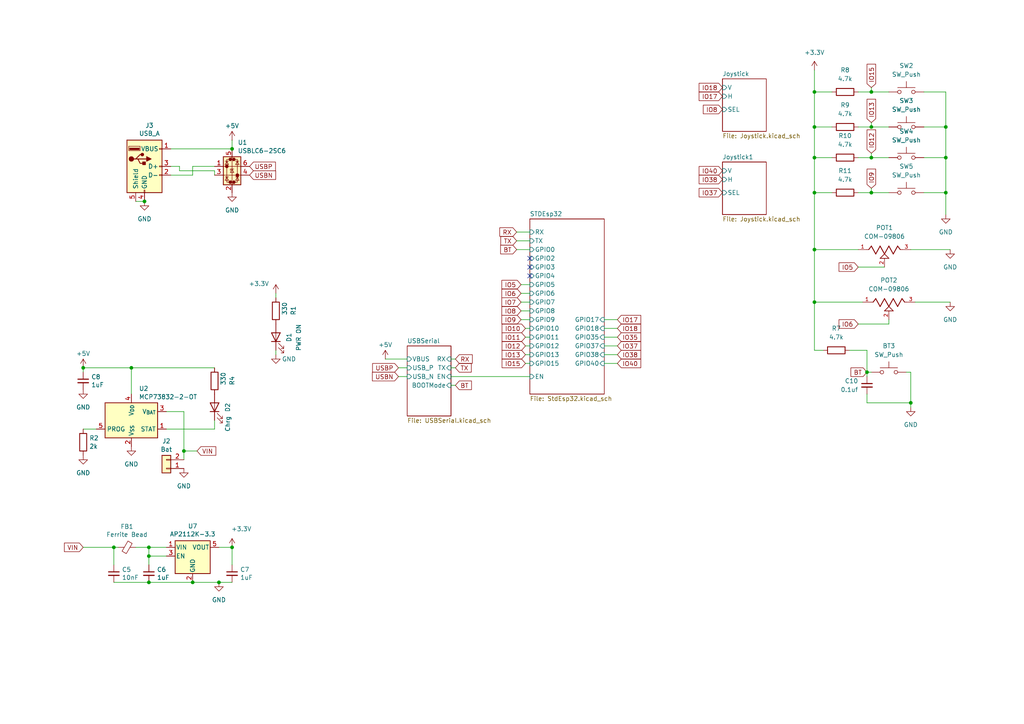
<source format=kicad_sch>
(kicad_sch (version 20231120) (generator "eeschema") (generator_version "8.0")
  (paper "A4")
  (title_block (title "Remote Control WIFI ESP32 S3") (date "2024-11-29"))
  (lib_symbols
    (symbol "+3.3V_1" (power) (pin_names (offset 0))
      (property "Value" "+3.3V_1" (at 0 3.556 0))
      (symbol "+3.3V_1_0_1"
        (polyline (pts (xy -0.762 1.27) (xy 0 2.54)))
        (polyline (pts (xy 0 0) (xy 0 2.54)))
        (polyline (pts (xy 0 2.54) (xy 0.762 1.27)))
      )
      (symbol "+3.3V_1_1_1"
        (pin power_in line (at 0 0 90) (length 0) hide (name "+3.3V") (number "1"))
      )
    )
    (symbol "+3.3V_3" (power) (pin_names (offset 0))
      (property "Value" "+3.3V_3" (at 0 3.556 0))
      (symbol "+3.3V_3_0_1"
        (polyline (pts (xy -0.762 1.27) (xy 0 2.54)))
        (polyline (pts (xy 0 0) (xy 0 2.54)))
        (polyline (pts (xy 0 2.54) (xy 0.762 1.27)))
      )
      (symbol "+3.3V_3_1_1"
        (pin power_in line (at 0 0 90) (length 0) hide (name "+3.3V") (number "1"))
      )
    )
    (symbol "Battery_Management:MCP73832-2-OT"
      (property "Reference" "U" (at -7.62 6.35 0))
      (property "Value" "MCP73832-2-OT" (at 1.27 6.35 0))
      (symbol "MCP73832-2-OT_0_1"
        (rectangle (start -7.62 5.08) (end 7.62 -5.08) (stroke (width 0.254)) (fill (type background)))
      )
      (symbol "MCP73832-2-OT_1_1"
        (pin open_collector line (at 10.16 -2.54 180) (length 2.54) (name "STAT") (number "1"))
        (pin power_in line (at 0 -7.62 90) (length 2.54) (name "V_{SS}") (number "2"))
        (pin power_out line (at 10.16 2.54 180) (length 2.54) (name "V_{BAT}") (number "3"))
        (pin power_in line (at 0 7.62 270) (length 2.54) (name "V_{DD}") (number "4"))
        (pin input line (at -10.16 -2.54 0) (length 2.54) (name "PROG") (number "5"))
      )
    )
    (symbol "Connector_Generic:Conn_01x02" (pin_names (offset 1.016) hide)
      (property "Reference" "J" (at 0 2.54 0))
      (property "Value" "Conn_01x02" (at 0 -5.08 0))
      (symbol "Conn_01x02_1_1"
        (rectangle (start -1.27 -2.413) (end 0 -2.667) (stroke (width 0.1524)))
        (rectangle (start -1.27 0.127) (end 0 -0.127) (stroke (width 0.1524)))
        (rectangle (start -1.27 1.27) (end 1.27 -3.81) (stroke (width 0.254)) (fill (type background)))
        (pin passive line (at -5.08 0 0) (length 3.81) (name "Pin_1") (number "1"))
        (pin passive line (at -5.08 -2.54 0) (length 3.81) (name "Pin_2") (number "2"))
      )
    )
    (symbol "Device:C_Small" (pin_numbers hide) (pin_names (offset 0.254) hide)
      (property "Reference" "C" (at 0.254 1.778 0))
      (property "Value" "C_Small" (at 0.254 -2.032 0))
      (symbol "C_Small_0_1"
        (polyline (pts (xy -1.524 -0.508) (xy 1.524 -0.508)) (stroke (width 0.3302)))
        (polyline (pts (xy -1.524 0.508) (xy 1.524 0.508)) (stroke (width 0.3048)))
      )
      (symbol "C_Small_1_1"
        (pin passive line (at 0 2.54 270) (length 2.032) (name "~") (number "1"))
        (pin passive line (at 0 -2.54 90) (length 2.032) (name "~") (number "2"))
      )
    )
    (symbol "Device:LED" (pin_numbers hide) (pin_names (offset 1.016) hide)
      (property "Reference" "D" (at 0 2.54 0))
      (property "Value" "LED" (at 0 -2.54 0))
      (symbol "LED_0_1"
        (polyline (pts (xy -1.27 -1.27) (xy -1.27 1.27)) (stroke (width 0.254)))
        (polyline (pts (xy -1.27 0) (xy 1.27 0)))
        (polyline (pts (xy 1.27 -1.27) (xy 1.27 1.27) (xy -1.27 0) (xy 1.27 -1.27)) (stroke (width 0.254)))
        (polyline (pts (xy -3.048 -0.762) (xy -4.572 -2.286) (xy -3.81 -2.286) (xy -4.572 -2.286) (xy -4.572 -1.524)))
        (polyline (pts (xy -1.778 -0.762) (xy -3.302 -2.286) (xy -2.54 -2.286) (xy -3.302 -2.286) (xy -3.302 -1.524)))
      )
      (symbol "LED_1_1"
        (pin passive line (at -3.81 0 0) (length 2.54) (name "K") (number "1"))
        (pin passive line (at 3.81 0 180) (length 2.54) (name "A") (number "2"))
      )
    )
    (symbol "Device:R" (pin_numbers hide) (pin_names (offset 0))
      (property "Reference" "R" (at 2.032 0 90))
      (property "Value" "R" (at 0 0 90))
      (symbol "R_0_1"
        (rectangle (start -1.016 -2.54) (end 1.016 2.54) (stroke (width 0.254)))
      )
      (symbol "R_1_1"
        (pin passive line (at 0 3.81 270) (length 1.27) (name "~") (number "1"))
        (pin passive line (at 0 -3.81 90) (length 1.27) (name "~") (number "2"))
      )
    )
    (symbol "GND_16" (power) (pin_names (offset 0))
      (property "Value" "GND_16" (at 0 -3.81 0))
      (symbol "GND_16_0_1"
        (polyline (pts (xy 0 0) (xy 0 -1.27) (xy 1.27 -1.27) (xy 0 -2.54) (xy -1.27 -1.27) (xy 0 -1.27)))
      )
      (symbol "GND_16_1_1"
        (pin power_in line (at 0 0 270) (length 0) hide (name "GND") (number "1"))
      )
    )
    (symbol "GND_20" (power) (pin_names (offset 0))
      (property "Value" "GND_20" (at 0 -3.81 0))
      (symbol "GND_20_0_1"
        (polyline (pts (xy 0 0) (xy 0 -1.27) (xy 1.27 -1.27) (xy 0 -2.54) (xy -1.27 -1.27) (xy 0 -1.27)))
      )
      (symbol "GND_20_1_1"
        (pin power_in line (at 0 0 270) (length 0) hide (name "GND") (number "1"))
      )
    )
    (symbol "GND_7" (power) (pin_names (offset 0))
      (property "Value" "GND_7" (at 0 -3.81 0))
      (symbol "GND_7_0_1"
        (polyline (pts (xy 0 0) (xy 0 -1.27) (xy 1.27 -1.27) (xy 0 -2.54) (xy -1.27 -1.27) (xy 0 -1.27)))
      )
      (symbol "GND_7_1_1"
        (pin power_in line (at 0 0 270) (length 0) hide (name "GND") (number "1"))
      )
    )
    (symbol "POT-COM_09806:COM-09806" (pin_names (offset 1.016))
      (property "Reference" "R" (at -5.08 5.08 0))
      (property "Value" "COM-09806" (at -5.08 2.54 0))
      (symbol "COM-09806_0_0"
        (polyline (pts (xy -5.08 0) (xy -4.572 0)) (stroke (width 0.1524)))
        (polyline (pts (xy -4.572 0) (xy -3.81 1.016)) (stroke (width 0.254)))
        (polyline (pts (xy -3.81 1.016) (xy -2.54 -1.27)) (stroke (width 0.254)))
        (polyline (pts (xy -2.54 -1.27) (xy -1.27 1.016)) (stroke (width 0.254)))
        (polyline (pts (xy -1.27 -2.54) (xy 0 -1.27)) (stroke (width 0.2032)))
        (polyline (pts (xy -1.27 1.016) (xy 0 -1.27)) (stroke (width 0.254)))
        (polyline (pts (xy 0 -1.27) (xy 1.27 -2.54)) (stroke (width 0.2032)))
        (polyline (pts (xy 0 -1.27) (xy 1.27 1.016)) (stroke (width 0.254)))
        (polyline (pts (xy 1.27 -2.54) (xy -1.27 -2.54)) (stroke (width 0.2032)))
        (polyline (pts (xy 1.27 1.016) (xy 2.54 -1.27)) (stroke (width 0.254)))
        (polyline (pts (xy 2.54 -1.27) (xy 3.81 1.016)) (stroke (width 0.254)))
        (polyline (pts (xy 3.81 1.016) (xy 4.572 0)) (stroke (width 0.254)))
        (polyline (pts (xy 4.572 0) (xy 5.08 0)) (stroke (width 0.1524)))
        (pin passive line (at -7.62 0 0) (length 2.54) (name "~") (number "1"))
        (pin passive line (at 0 -5.08 90) (length 2.54) (name "~") (number "2"))
        (pin passive line (at 7.62 0 180) (length 2.54) (name "~") (number "3"))
      )
    )
    (symbol "Power_Protection:USBLC6-2SC6" (pin_names hide)
      (property "Reference" "U" (at 0.635 5.715 0))
      (property "Value" "USBLC6-2SC6" (at 0.635 3.81 0))
      (symbol "USBLC6-2SC6_0_0"
        (circle (center -1.524 0) (radius 0.0001) (stroke (width 0.508)))
        (circle (center -0.508 -4.572) (radius 0.0001) (stroke (width 0.508)))
        (circle (center -0.508 2.032) (radius 0.0001) (stroke (width 0.508)))
        (circle (center 0.508 -4.572) (radius 0.0001) (stroke (width 0.508)))
        (circle (center 0.508 2.032) (radius 0.0001) (stroke (width 0.508)))
        (circle (center 1.524 -2.54) (radius 0.0001) (stroke (width 0.508)))
      )
      (symbol "USBLC6-2SC6_0_1"
        (polyline (pts (xy -2.54 -2.54) (xy 2.54 -2.54)))
        (polyline (pts (xy -2.54 0) (xy 2.54 0)))
        (polyline (pts (xy -2.032 -3.048) (xy -1.016 -3.048)))
        (polyline (pts (xy -1.016 1.524) (xy -2.032 1.524)))
        (polyline (pts (xy 1.016 -3.048) (xy 2.032 -3.048)))
        (polyline (pts (xy 1.016 1.524) (xy 2.032 1.524)))
        (polyline (pts (xy -0.508 -1.143) (xy -0.508 -0.762) (xy 0.508 -0.762)))
        (polyline (pts (xy -2.032 0.508) (xy -1.016 0.508) (xy -1.524 1.524) (xy -2.032 0.508)))
        (polyline (pts (xy -1.016 -4.064) (xy -2.032 -4.064) (xy -1.524 -3.048) (xy -1.016 -4.064)))
        (polyline (pts (xy 0.508 -1.778) (xy -0.508 -1.778) (xy 0 -0.762) (xy 0.508 -1.778)))
        (polyline (pts (xy 2.032 -4.064) (xy 1.016 -4.064) (xy 1.524 -3.048) (xy 2.032 -4.064)))
        (polyline (pts (xy 2.032 0.508) (xy 1.016 0.508) (xy 1.524 1.524) (xy 2.032 0.508)))
        (polyline (pts (xy 0 2.54) (xy -0.508 2.032) (xy 0.508 2.032) (xy 0 1.524) (xy 0 -4.064) (xy -0.508 -4.572) (xy 0.508 -4.572) (xy 0 -5.08)))
      )
      (symbol "USBLC6-2SC6_1_1"
        (rectangle (start -2.54 2.794) (end 2.54 -5.334) (stroke (width 0.254)) (fill (type background)))
        (polyline (pts (xy -0.508 2.032) (xy -1.524 2.032) (xy -1.524 -4.572) (xy -0.508 -4.572)))
        (polyline (pts (xy 0.508 -4.572) (xy 1.524 -4.572) (xy 1.524 2.032) (xy 0.508 2.032)))
        (pin passive line (at -5.08 0 0) (length 2.54) (name "I/O1") (number "1"))
        (pin passive line (at 0 -7.62 90) (length 2.54) (name "GND") (number "2"))
        (pin passive line (at -5.08 -2.54 0) (length 2.54) (name "I/O2") (number "3"))
        (pin passive line (at 5.08 -2.54 180) (length 2.54) (name "I/O2") (number "4"))
        (pin passive line (at 0 5.08 270) (length 2.54) (name "VBUS") (number "5"))
        (pin passive line (at 5.08 0 180) (length 2.54) (name "I/O1") (number "6"))
      )
    )
    (symbol "Programmer-rescue:AP2112K-3.3-Regulator_Linear" (pin_names (offset 0.254))
      (property "Reference" "U" (at -5.08 5.715 0))
      (property "Value" "Regulator_Linear_AP2112K-3.3" (at 0 5.715 0))
      (symbol "AP2112K-3.3-Regulator_Linear_0_1"
        (rectangle (start -5.08 4.445) (end 5.08 -5.08) (stroke (width 0.254)) (fill (type background)))
      )
      (symbol "AP2112K-3.3-Regulator_Linear_1_1"
        (pin power_in line (at -7.62 2.54 0) (length 2.54) (name "VIN") (number "1"))
        (pin power_in line (at 0 -7.62 90) (length 2.54) (name "GND") (number "2"))
        (pin input line (at -7.62 0 0) (length 2.54) (name "EN") (number "3"))
        (pin no_connect line (at 7.62 0 180) (length 2.54) hide (name "NC") (number "4"))
        (pin power_out line (at 7.62 2.54 180) (length 2.54) (name "VOUT") (number "5"))
      )
    )
    (symbol "Programmer-rescue:Ferrite_Bead_Small-Device" (pin_numbers hide) (pin_names (offset 0))
      (property "Reference" "FB" (at 1.905 1.27 0))
      (property "Value" "Device_Ferrite_Bead_Small" (at 1.905 -1.27 0))
      (symbol "Ferrite_Bead_Small-Device_0_1"
        (polyline (pts (xy 0 -1.27) (xy 0 -0.7874)))
        (polyline (pts (xy 0 0.889) (xy 0 1.2954)))
        (polyline (pts (xy -1.8288 0.2794) (xy -1.1176 1.4986) (xy 1.8288 -0.2032) (xy 1.1176 -1.4224) (xy -1.8288 0.2794)))
      )
      (symbol "Ferrite_Bead_Small-Device_1_1"
        (pin passive line (at 0 2.54 270) (length 1.27) (name "~") (number "1"))
        (pin passive line (at 0 -2.54 90) (length 1.27) (name "~") (number "2"))
      )
    )
    (symbol "Programmer-rescue:USB_A-Connector" (pin_names (offset 1.016))
      (property "Reference" "J" (at -5.08 11.43 0))
      (property "Value" "Connector_USB_A" (at -5.08 8.89 0))
      (symbol "USB_A-Connector_0_1"
        (rectangle (start -5.08 -7.62) (end 5.08 7.62) (stroke (width 0.254)) (fill (type background)))
        (circle (center -3.81 2.159) (radius 0.635) (stroke (width 0.254)) (fill (type outline)))
        (rectangle (start -1.524 4.826) (end -4.318 5.334) (fill (type outline)))
        (rectangle (start -1.27 4.572) (end -4.572 5.842))
        (circle (center -0.635 3.429) (radius 0.381) (stroke (width 0.254)) (fill (type outline)))
        (rectangle (start -0.127 -7.62) (end 0.127 -6.858))
        (polyline (pts (xy -3.175 2.159) (xy -2.54 2.159) (xy -1.27 3.429) (xy -0.635 3.429)) (stroke (width 0.254)))
        (polyline (pts (xy -2.54 2.159) (xy -1.905 2.159) (xy -1.27 0.889) (xy 0 0.889)) (stroke (width 0.254)))
        (polyline (pts (xy 0.635 2.794) (xy 0.635 1.524) (xy 1.905 2.159) (xy 0.635 2.794)) (stroke (width 0.254)) (fill (type outline)))
        (rectangle (start 0.254 1.27) (end -0.508 0.508) (stroke (width 0.254)) (fill (type outline)))
        (rectangle (start 5.08 -2.667) (end 4.318 -2.413))
        (rectangle (start 5.08 -0.127) (end 4.318 0.127))
        (rectangle (start 5.08 4.953) (end 4.318 5.207))
      )
      (symbol "USB_A-Connector_1_1"
        (polyline (pts (xy -1.905 2.159) (xy 0.635 2.159)) (stroke (width 0.254)))
        (pin power_in line (at 7.62 5.08 180) (length 2.54) (name "VBUS") (number "1"))
        (pin passive line (at 7.62 -2.54 180) (length 2.54) (name "D-") (number "2"))
        (pin passive line (at 7.62 0 180) (length 2.54) (name "D+") (number "3"))
        (pin power_in line (at 0 -10.16 90) (length 2.54) (name "GND") (number "4"))
        (pin passive line (at -2.54 -10.16 90) (length 2.54) (name "Shield") (number "5"))
      )
    )
    (symbol "Switch:SW_Push" (pin_numbers hide) (pin_names (offset 1.016) hide)
      (property "Reference" "SW" (at 1.27 2.54 0))
      (property "Value" "SW_Push" (at 0 -1.524 0))
      (symbol "SW_Push_0_1"
        (circle (center -2.032 0) (radius 0.508))
        (polyline (pts (xy 0 1.27) (xy 0 3.048)))
        (polyline (pts (xy 2.54 1.27) (xy -2.54 1.27)))
        (circle (center 2.032 0) (radius 0.508))
        (pin passive line (at -5.08 0 0) (length 2.54) (name "1") (number "1"))
        (pin passive line (at 5.08 0 180) (length 2.54) (name "2") (number "2"))
      )
    )
    (symbol "power:+5V" (power) (pin_numbers hide) (pin_names (offset 0) hide)
      (property "Value" "+5V" (at 0 3.556 0))
      (symbol "+5V_0_1"
        (polyline (pts (xy -0.762 1.27) (xy 0 2.54)))
        (polyline (pts (xy 0 0) (xy 0 2.54)))
        (polyline (pts (xy 0 2.54) (xy 0.762 1.27)))
      )
      (symbol "+5V_1_1"
        (pin power_in line (at 0 0 90) (length 0) (name "~") (number "1"))
      )
    )
    (symbol "power:GND" (power) (pin_names (offset 0))
      (property "Value" "GND" (at 0 -3.81 0))
      (symbol "GND_0_1"
        (polyline (pts (xy 0 0) (xy 0 -1.27) (xy 1.27 -1.27) (xy 0 -2.54) (xy -1.27 -1.27) (xy 0 -1.27)))
      )
      (symbol "GND_1_1"
        (pin power_in line (at 0 0 270) (length 0) hide (name "GND") (number "1"))
      )
    )
  )
  (junction (at 53.34 130.81))
  (junction (at 252.73 55.88))
  (junction (at 236.22 36.83))
  (junction (at 236.22 72.39))
  (junction (at 252.73 26.67))
  (junction (at 236.22 55.88))
  (junction (at 236.22 87.63))
  (junction (at 38.1 106.68))
  (junction (at 55.88 168.91))
  (junction (at 274.32 45.72))
  (junction (at 24.13 106.68))
  (junction (at 251.46 107.95))
  (junction (at 41.91 58.42))
  (junction (at 43.18 168.91))
  (junction (at 252.73 36.83))
  (junction (at 33.02 158.75))
  (junction (at 252.73 45.72))
  (junction (at 43.18 161.29))
  (junction (at 67.31 43.18))
  (junction (at 236.22 26.67))
  (junction (at 63.5 168.91))
  (junction (at 43.18 158.75))
  (junction (at 236.22 45.72))
  (junction (at 67.31 158.75))
  (junction (at 264.16 116.84))
  (junction (at 274.32 55.88))
  (junction (at 274.32 36.83))
  (no_connect (at 556.26 -137.16))
  (no_connect (at 153.67 77.47))
  (no_connect (at 153.67 74.93))
  (no_connect (at 153.67 80.01))
  (wire (pts (xy 248.92 93.98) (xy 257.81 93.98)))
  (wire (pts (xy 39.37 58.42) (xy 41.91 58.42)))
  (wire (pts (xy 274.32 36.83) (xy 274.32 45.72)))
  (wire (pts (xy 52.07 49.53) (xy 52.07 48.26)))
  (wire (pts (xy 48.26 119.38) (xy 53.34 119.38)))
  (wire (pts (xy 236.22 55.88) (xy 236.22 72.39)))
  (wire (pts (xy 43.18 158.75) (xy 43.18 161.29)))
  (wire (pts (xy 236.22 36.83) (xy 236.22 45.72)))
  (wire (pts (xy 149.86 69.85) (xy 153.67 69.85)))
  (wire (pts (xy 241.3 55.88) (xy 236.22 55.88)))
  (wire (pts (xy 149.86 67.31) (xy 153.67 67.31)))
  (wire (pts (xy 175.26 92.71) (xy 179.07 92.71)))
  (wire (pts (xy 152.4 105.41) (xy 153.67 105.41)))
  (wire (pts (xy 24.13 124.46) (xy 27.94 124.46)))
  (wire (pts (xy 251.46 107.95) (xy 251.46 109.22)))
  (wire (pts (xy 62.23 121.92) (xy 62.23 124.46)))
  (wire (pts (xy 151.13 92.71) (xy 153.67 92.71)))
  (wire (pts (xy 130.81 104.14) (xy 132.08 104.14)))
  (wire (pts (xy 267.97 36.83) (xy 274.32 36.83)))
  (wire (pts (xy 53.34 133.35) (xy 53.34 130.81)))
  (wire (pts (xy 38.1 106.68) (xy 38.1 114.3)))
  (wire (pts (xy 248.92 36.83) (xy 252.73 36.83)))
  (wire (pts (xy 63.5 168.91) (xy 55.88 168.91)))
  (wire (pts (xy 264.16 107.95) (xy 264.16 116.84)))
  (wire (pts (xy 67.31 168.91) (xy 63.5 168.91)))
  (wire (pts (xy 251.46 116.84) (xy 251.46 114.3)))
  (wire (pts (xy 152.4 102.87) (xy 153.67 102.87)))
  (wire (pts (xy 49.53 43.18) (xy 67.31 43.18)))
  (wire (pts (xy 275.59 87.63) (xy 265.43 87.63)))
  (wire (pts (xy 34.29 158.75) (xy 33.02 158.75)))
  (wire (pts (xy 236.22 26.67) (xy 241.3 26.67)))
  (wire (pts (xy 115.57 109.22) (xy 118.11 109.22)))
  (wire (pts (xy 52.07 48.26) (xy 49.53 48.26)))
  (wire (pts (xy 267.97 26.67) (xy 274.32 26.67)))
  (wire (pts (xy 43.18 168.91) (xy 33.02 168.91)))
  (wire (pts (xy 151.13 85.09) (xy 153.67 85.09)))
  (wire (pts (xy 252.73 44.45) (xy 252.73 45.72)))
  (wire (pts (xy 264.16 116.84) (xy 264.16 118.11)))
  (wire (pts (xy 252.73 35.56) (xy 252.73 36.83)))
  (wire (pts (xy 152.4 95.25) (xy 153.67 95.25)))
  (wire (pts (xy 24.13 106.68) (xy 24.13 107.95)))
  (wire (pts (xy 151.13 82.55) (xy 153.67 82.55)))
  (wire (pts (xy 175.26 97.79) (xy 179.07 97.79)))
  (wire (pts (xy 115.57 106.68) (xy 118.11 106.68)))
  (wire (pts (xy 175.26 105.41) (xy 179.07 105.41)))
  (wire (pts (xy 130.81 111.76) (xy 132.08 111.76)))
  (wire (pts (xy 48.26 124.46) (xy 62.23 124.46)))
  (wire (pts (xy 252.73 55.88) (xy 257.81 55.88)))
  (wire (pts (xy 62.23 49.53) (xy 52.07 49.53)))
  (wire (pts (xy 175.26 100.33) (xy 179.07 100.33)))
  (wire (pts (xy 62.23 106.68) (xy 38.1 106.68)))
  (wire (pts (xy 151.13 87.63) (xy 153.67 87.63)))
  (wire (pts (xy 149.86 72.39) (xy 153.67 72.39)))
  (wire (pts (xy 55.88 50.8) (xy 55.88 48.26)))
  (wire (pts (xy 24.13 158.75) (xy 33.02 158.75)))
  (wire (pts (xy 248.92 45.72) (xy 252.73 45.72)))
  (wire (pts (xy 236.22 87.63) (xy 250.19 87.63)))
  (wire (pts (xy 152.4 100.33) (xy 153.67 100.33)))
  (wire (pts (xy 238.76 101.6) (xy 236.22 101.6)))
  (wire (pts (xy 175.26 95.25) (xy 179.07 95.25)))
  (wire (pts (xy 236.22 26.67) (xy 236.22 36.83)))
  (wire (pts (xy 262.89 107.95) (xy 264.16 107.95)))
  (wire (pts (xy 67.31 40.64) (xy 67.31 43.18)))
  (wire (pts (xy 80.01 101.6) (xy 80.01 102.87)))
  (wire (pts (xy 43.18 168.91) (xy 55.88 168.91)))
  (wire (pts (xy 236.22 72.39) (xy 236.22 87.63)))
  (wire (pts (xy 252.73 26.67) (xy 257.81 26.67)))
  (wire (pts (xy 48.26 161.29) (xy 43.18 161.29)))
  (wire (pts (xy 55.88 48.26) (xy 62.23 48.26)))
  (wire (pts (xy 257.81 93.98) (xy 257.81 92.71)))
  (wire (pts (xy 62.23 50.8) (xy 62.23 49.53)))
  (wire (pts (xy 80.01 85.09) (xy 80.01 86.36)))
  (wire (pts (xy 264.16 72.39) (xy 275.59 72.39)))
  (wire (pts (xy 274.32 55.88) (xy 274.32 62.23)))
  (wire (pts (xy 236.22 36.83) (xy 241.3 36.83)))
  (wire (pts (xy 236.22 72.39) (xy 248.92 72.39)))
  (wire (pts (xy 236.22 45.72) (xy 236.22 55.88)))
  (wire (pts (xy 248.92 55.88) (xy 252.73 55.88)))
  (wire (pts (xy 252.73 36.83) (xy 257.81 36.83)))
  (wire (pts (xy 53.34 130.81) (xy 57.15 130.81)))
  (wire (pts (xy 39.37 158.75) (xy 43.18 158.75)))
  (wire (pts (xy 63.5 158.75) (xy 67.31 158.75)))
  (wire (pts (xy 48.26 158.75) (xy 43.18 158.75)))
  (wire (pts (xy 151.13 90.17) (xy 153.67 90.17)))
  (wire (pts (xy 152.4 97.79) (xy 153.67 97.79)))
  (wire (pts (xy 252.73 107.95) (xy 251.46 107.95)))
  (wire (pts (xy 43.18 161.29) (xy 43.18 163.83)))
  (wire (pts (xy 49.53 50.8) (xy 55.88 50.8)))
  (wire (pts (xy 274.32 26.67) (xy 274.32 36.83)))
  (wire (pts (xy 252.73 45.72) (xy 257.81 45.72)))
  (wire (pts (xy 175.26 102.87) (xy 179.07 102.87)))
  (wire (pts (xy 67.31 158.75) (xy 67.31 163.83)))
  (wire (pts (xy 236.22 20.32) (xy 236.22 26.67)))
  (wire (pts (xy 246.38 101.6) (xy 251.46 101.6)))
  (wire (pts (xy 252.73 25.4) (xy 252.73 26.67)))
  (wire (pts (xy 53.34 119.38) (xy 53.34 130.81)))
  (wire (pts (xy 274.32 55.88) (xy 267.97 55.88)))
  (wire (pts (xy 236.22 45.72) (xy 241.3 45.72)))
  (wire (pts (xy 33.02 158.75) (xy 33.02 163.83)))
  (wire (pts (xy 274.32 45.72) (xy 274.32 55.88)))
  (wire (pts (xy 251.46 116.84) (xy 264.16 116.84)))
  (wire (pts (xy 130.81 106.68) (xy 132.08 106.68)))
  (wire (pts (xy 236.22 87.63) (xy 236.22 101.6)))
  (wire (pts (xy 248.92 77.47) (xy 256.54 77.47)))
  (wire (pts (xy 130.81 109.22) (xy 153.67 109.22)))
  (wire (pts (xy 248.92 26.67) (xy 252.73 26.67)))
  (wire (pts (xy 267.97 45.72) (xy 274.32 45.72)))
  (wire (pts (xy 251.46 101.6) (xy 251.46 107.95)))
  (wire (pts (xy 111.76 104.14) (xy 118.11 104.14)))
  (wire (pts (xy 38.1 106.68) (xy 24.13 106.68)))
  (wire (pts (xy 252.73 54.61) (xy 252.73 55.88)))
  (global_label "RX" (shape input) (at 149.86 67.31 180) (property "Intersheetrefs" "${INTERSHEET_REFS}" (effects (hide yes))))
  (global_label "IO15" (shape input) (at 152.4 105.41 180) (property "Intersheetrefs" "${INTERSHEET_REFS}" (effects (hide yes))))
  (global_label "IO7" (shape input) (at 151.13 87.63 180) (property "Intersheetrefs" "${INTERSHEET_REFS}" (effects (hide yes))))
  (global_label "USBN" (shape input) (at 72.39 50.8 0) (property "Intersheetrefs" "${INTERSHEET_REFS}" (effects (hide yes))))
  (global_label "USBP" (shape input) (at 72.39 48.26 0) (property "Intersheetrefs" "${INTERSHEET_REFS}" (effects (hide yes))))
  (global_label "IO12" (shape input) (at 152.4 100.33 180) (property "Intersheetrefs" "${INTERSHEET_REFS}" (effects (hide yes))))
  (global_label "IO10" (shape input) (at 152.4 95.25 180) (property "Intersheetrefs" "${INTERSHEET_REFS}" (effects (hide yes))))
  (global_label "IO40" (shape input) (at 179.07 105.41 0) (property "Intersheetrefs" "${INTERSHEET_REFS}" (effects (hide yes))))
  (global_label "IO9" (shape input) (at 252.73 54.61 90) (property "Intersheetrefs" "${INTERSHEET_REFS}" (effects (hide yes))))
  (global_label "IO13" (shape input) (at 152.4 102.87 180) (property "Intersheetrefs" "${INTERSHEET_REFS}" (effects (hide yes))))
  (global_label "IO8" (shape input) (at 209.55 31.75 180) (property "Intersheetrefs" "${INTERSHEET_REFS}" (effects (hide yes))))
  (global_label "IO5" (shape input) (at 151.13 82.55 180) (property "Intersheetrefs" "${INTERSHEET_REFS}" (effects (hide yes))))
  (global_label "IO6" (shape input) (at 248.92 93.98 180) (property "Intersheetrefs" "${INTERSHEET_REFS}" (effects (hide yes))))
  (global_label "IO15" (shape input) (at 252.73 25.4 90) (property "Intersheetrefs" "${INTERSHEET_REFS}" (effects (hide yes))))
  (global_label "IO6" (shape input) (at 151.13 85.09 180) (property "Intersheetrefs" "${INTERSHEET_REFS}" (effects (hide yes))))
  (global_label "IO17" (shape input) (at 209.55 27.94 180) (property "Intersheetrefs" "${INTERSHEET_REFS}" (effects (hide yes))))
  (global_label "BT" (shape input) (at 149.86 72.39 180) (property "Intersheetrefs" "${INTERSHEET_REFS}" (effects (hide yes))))
  (global_label "RX" (shape input) (at 132.08 104.14 0) (property "Intersheetrefs" "${INTERSHEET_REFS}" (effects (hide yes))))
  (global_label "VIN" (shape input) (at 24.13 158.75 180) (property "Intersheetrefs" "${INTERSHEET_REFS}" (effects (hide yes))))
  (global_label "USBN" (shape input) (at 115.57 109.22 180) (property "Intersheetrefs" "${INTERSHEET_REFS}" (effects (hide yes))))
  (global_label "IO40" (shape input) (at 209.55 49.53 180) (property "Intersheetrefs" "${INTERSHEET_REFS}" (effects (hide yes))))
  (global_label "IO18" (shape input) (at 179.07 95.25 0) (property "Intersheetrefs" "${INTERSHEET_REFS}" (effects (hide yes))))
  (global_label "IO18" (shape input) (at 209.55 25.4 180) (property "Intersheetrefs" "${INTERSHEET_REFS}" (effects (hide yes))))
  (global_label "TX" (shape input) (at 149.86 69.85 180) (property "Intersheetrefs" "${INTERSHEET_REFS}" (effects (hide yes))))
  (global_label "BT" (shape input) (at 132.08 111.76 0) (property "Intersheetrefs" "${INTERSHEET_REFS}" (effects (hide yes))))
  (global_label "IO37" (shape input) (at 179.07 100.33 0) (property "Intersheetrefs" "${INTERSHEET_REFS}" (effects (hide yes))))
  (global_label "BT" (shape input) (at 251.46 107.95 180) (property "Intersheetrefs" "${INTERSHEET_REFS}" (effects (hide yes))))
  (global_label "IO8" (shape input) (at 151.13 90.17 180) (property "Intersheetrefs" "${INTERSHEET_REFS}" (effects (hide yes))))
  (global_label "IO35" (shape input) (at 179.07 97.79 0) (property "Intersheetrefs" "${INTERSHEET_REFS}" (effects (hide yes))))
  (global_label "IO9" (shape input) (at 151.13 92.71 180) (property "Intersheetrefs" "${INTERSHEET_REFS}" (effects (hide yes))))
  (global_label "IO5" (shape input) (at 248.92 77.47 180) (property "Intersheetrefs" "${INTERSHEET_REFS}" (effects (hide yes))))
  (global_label "IO38" (shape input) (at 179.07 102.87 0) (property "Intersheetrefs" "${INTERSHEET_REFS}" (effects (hide yes))))
  (global_label "IO13" (shape input) (at 252.73 35.56 90) (property "Intersheetrefs" "${INTERSHEET_REFS}" (effects (hide yes))))
  (global_label "VIN" (shape input) (at 57.15 130.81 0) (property "Intersheetrefs" "${INTERSHEET_REFS}" (effects (hide yes))))
  (global_label "IO38" (shape input) (at 209.55 52.07 180) (property "Intersheetrefs" "${INTERSHEET_REFS}" (effects (hide yes))))
  (global_label "IO11" (shape input) (at 152.4 97.79 180) (property "Intersheetrefs" "${INTERSHEET_REFS}" (effects (hide yes))))
  (global_label "IO12" (shape input) (at 252.73 44.45 90) (property "Intersheetrefs" "${INTERSHEET_REFS}" (effects (hide yes))))
  (global_label "TX" (shape input) (at 132.08 106.68 0) (property "Intersheetrefs" "${INTERSHEET_REFS}" (effects (hide yes))))
  (global_label "USBP" (shape input) (at 115.57 106.68 180) (property "Intersheetrefs" "${INTERSHEET_REFS}" (effects (hide yes))))
  (global_label "IO37" (shape input) (at 209.55 55.88 180) (property "Intersheetrefs" "${INTERSHEET_REFS}" (effects (hide yes))))
  (global_label "IO17" (shape input) (at 179.07 92.71 0) (property "Intersheetrefs" "${INTERSHEET_REFS}" (effects (hide yes))))
  (symbol (lib_name "GND_16") (lib_id "power:GND") (at 80.01 102.87 0) (unit 1)
    (property "Reference" "#PWR09" (effects (hide yes)))
    (property "Value" "GND" (at 83.82 104.14 0))
  )
  (symbol (lib_id "Programmer-rescue:Ferrite_Bead_Small-Device") (at 36.83 158.75 270) (unit 1)
    (property "Reference" "FB1" (at 36.83 152.7302 90))
    (property "Value" "Ferrite Bead" (at 36.83 155.0416 90))
    (property "Footprint" "Inductor_SMD:L_0603_1608Metric" (effects (hide yes)))
  )
  (symbol (lib_name "+3.3V_3") (lib_id "power:+3.3V") (at 236.22 20.32 0) (unit 1)
    (property "Reference" "#PWR023" (effects (hide yes)))
    (property "Value" "+3.3V" (at 236.22 15.24 0))
  )
  (symbol (lib_name "GND_7") (lib_id "power:GND") (at 67.31 55.88 0) (unit 1)
    (property "Reference" "#PWR02" (effects (hide yes)))
    (property "Value" "GND" (at 67.31 60.96 0))
  )
  (symbol (lib_name "GND_7") (lib_id "power:GND") (at 24.13 113.03 0) (unit 1)
    (property "Reference" "#PWR037" (effects (hide yes)))
    (property "Value" "GND" (at 24.13 118.11 0))
  )
  (symbol (lib_name "+3.3V_1") (lib_id "power:+3.3V") (at 67.31 158.75 0) (unit 1)
    (property "Reference" "#PWR038" (effects (hide yes)))
    (property "Value" "+3.3V" (at 67.056 153.416 0) (effects (justify left)))
  )
  (symbol (lib_id "Switch:SW_Push") (at 262.89 45.72 0) (unit 1)
    (property "Reference" "SW4" (at 262.89 38.1 0))
    (property "Value" "SW_Push" (at 262.89 40.64 0))
    (property "Footprint" "Button_Switch_SMD:SW_SPST_PTS645" (effects (hide yes)))
  )
  (symbol (lib_id "POT-COM_09806:COM-09806") (at 256.54 72.39 0) (unit 1)
    (property "Reference" "POT1" (at 256.54 66.04 0))
    (property "Value" "COM-09806" (at 256.54 68.58 0))
    (property "Footprint" "GL_Diverse:POT-COM_09806" (effects (hide yes)))
    (property "PARTREV" "N/A" (effects (hide yes)))
    (property "STANDARD" "Manufacturer Recommendations" (effects (hide yes)))
    (property "MAXIMUM_PACKAGE_HEIGHT" "5.08 mm" (effects (hide yes)))
    (property "MANUFACTURER" "Sparkfun" (effects (hide yes)))
    (property "LINK" "https://www.digikey.com/en/products/detail/sparkfun-electronics/COM-09806/7319606?s=N4IgTCBcDaIMIHkCyBaADATgBxoGwgF0BfIA" (effects (hide yes)))
  )
  (symbol (lib_id "Device:R") (at 245.11 26.67 90) (unit 1)
    (property "Reference" "R8" (at 245.11 20.32 90))
    (property "Value" "4.7k" (at 245.11 22.86 90))
    (property "Footprint" "Resistor_SMD:R_0603_1608Metric" (effects (hide yes)))
    (property "LINK" "https://www.digikey.com/en/products/detail/vishay-dale/CRCW08054K70FKEAC/7928553" (effects (hide yes)))
  )
  (symbol (lib_name "GND_7") (lib_id "power:GND") (at 63.5 168.91 0) (unit 1)
    (property "Reference" "#PWR043" (effects (hide yes)))
    (property "Value" "GND" (at 63.5 173.99 0))
  )
  (symbol (lib_id "Device:R") (at 245.11 45.72 90) (unit 1)
    (property "Reference" "R10" (at 245.11 39.37 90))
    (property "Value" "4.7k" (at 245.11 41.91 90))
    (property "Footprint" "Resistor_SMD:R_0603_1608Metric" (effects (hide yes)))
    (property "LINK" "https://www.digikey.com/en/products/detail/vishay-dale/CRCW08054K70FKEAC/7928553" (effects (hide yes)))
  )
  (symbol (lib_id "Programmer-rescue:USB_A-Connector") (at 41.91 48.26 0) (unit 1)
    (property "Reference" "J3" (at 43.3578 36.3982 0))
    (property "Value" "USB_A" (at 43.3578 38.7096 0))
    (property "Footprint" "Connector_USB:USB_Mini-B_Wuerth_65100516121_Horizontal" (effects (hide yes)))
    (property "Datasheet" " ~" (effects (hide yes)))
  )
  (symbol (lib_name "GND_7") (lib_id "power:GND") (at 53.34 135.89 0) (unit 1)
    (property "Reference" "#PWR06" (effects (hide yes)))
    (property "Value" "GND" (at 53.34 140.97 0))
  )
  (symbol (lib_id "power:GND") (at 274.32 62.23 0) (unit 1)
    (property "Reference" "#PWR025" (effects (hide yes)))
    (property "Value" "GND" (at 274.32 67.31 0))
  )
  (symbol (lib_id "Device:C_Small") (at 24.13 110.49 0) (unit 1)
    (property "Reference" "C8" (at 26.4668 109.3216 0) (effects (justify left)))
    (property "Value" "1uF" (at 26.4668 111.633 0) (effects (justify left)))
    (property "Footprint" "Capacitor_SMD:C_0603_1608Metric" (effects (hide yes)))
  )
  (symbol (lib_id "Battery_Management:MCP73832-2-OT") (at 38.1 121.92 0) (unit 1)
    (property "Reference" "U2" (at 40.2941 112.6955 0) (effects (justify left)))
    (property "Value" "MCP73832-2-OT" (at 40.2941 115.1198 0) (effects (justify left)))
    (property "Footprint" "Package_TO_SOT_SMD:SOT-23-5" (effects (hide yes)))
    (property "Datasheet" "http://ww1.microchip.com/downloads/en/DeviceDoc/20001984g.pdf" (effects (hide yes)))
    (property "Description" "Single cell, Li-Ion/Li-Po charge management controller, 4.20V, Open-Drain Status Output, in SOT23-5 package" (effects (hide yes)))
  )
  (symbol (lib_name "GND_7") (lib_id "power:GND") (at 38.1 129.54 0) (unit 1)
    (property "Reference" "#PWR05" (effects (hide yes)))
    (property "Value" "GND" (at 38.1 134.62 0))
  )
  (symbol (lib_id "Device:LED") (at 80.01 97.79 90) (unit 1)
    (property "Reference" "D1" (at 83.82 96.52 0) (effects (justify right)))
    (property "Value" "PWR ON" (at 86.614 93.98 0) (effects (justify right)))
    (property "Footprint" "LED_SMD:LED_0805_2012Metric" (effects (hide yes)))
    (property "LINK" "https://www.digikey.com/en/products/detail/w%C3%BCrth-elektronik/150080VS75000/4489924" (effects (hide yes)))
  )
  (symbol (lib_id "power:+5V") (at 111.76 104.14 0) (unit 1)
    (property "Reference" "#PWR034" (effects (hide yes)))
    (property "Value" "+5V" (at 111.76 100.0069 0))
    (property "Description" "Power symbol creates a global label with name \"+5V\"" (effects (hide yes)))
  )
  (symbol (lib_name "GND_7") (lib_id "power:GND") (at 24.13 132.08 0) (unit 1)
    (property "Reference" "#PWR08" (effects (hide yes)))
    (property "Value" "GND" (at 24.13 137.16 0))
  )
  (symbol (lib_id "Device:C_Small") (at 67.31 166.37 0) (unit 1)
    (property "Reference" "C7" (at 69.6468 165.2016 0) (effects (justify left)))
    (property "Value" "1uF" (at 69.6468 167.513 0) (effects (justify left)))
    (property "Footprint" "Capacitor_SMD:C_0603_1608Metric" (effects (hide yes)))
  )
  (symbol (lib_id "Switch:SW_Push") (at 262.89 36.83 0) (unit 1)
    (property "Reference" "SW3" (at 262.89 29.21 0))
    (property "Value" "SW_Push" (at 262.89 31.75 0))
    (property "Footprint" "Button_Switch_THT:SW_Tactile_SPST_Angled_PTS645Vx39-2LFS" (effects (hide yes)))
    (property "LINK" "https://www.digikey.com/en/products/detail/c-k/PTS645VH83-2-LFS/1146776" (effects (hide yes)))
  )
  (symbol (lib_id "power:GND") (at 275.59 72.39 0) (unit 1)
    (property "Reference" "#PWR026" (effects (hide yes)))
    (property "Value" "GND" (at 275.59 77.47 0))
  )
  (symbol (lib_id "Device:C_Small") (at 43.18 166.37 0) (unit 1)
    (property "Reference" "C6" (at 45.5168 165.2016 0) (effects (justify left)))
    (property "Value" "1uF" (at 45.5168 167.513 0) (effects (justify left)))
    (property "Footprint" "Capacitor_SMD:C_0603_1608Metric" (effects (hide yes)))
  )
  (symbol (lib_id "Device:R") (at 245.11 55.88 90) (unit 1)
    (property "Reference" "R11" (at 245.11 49.53 90))
    (property "Value" "4.7k" (at 245.11 52.07 90))
    (property "Footprint" "Resistor_SMD:R_0603_1608Metric" (effects (hide yes)))
    (property "LINK" "https://www.digikey.com/en/products/detail/vishay-dale/CRCW08054K70FKEAC/7928553" (effects (hide yes)))
  )
  (symbol (lib_id "Device:LED") (at 62.23 118.11 90) (unit 1)
    (property "Reference" "D2" (at 66.04 116.84 0) (effects (justify right)))
    (property "Value" "Chrg" (at 66.04 120.65 0) (effects (justify right)))
    (property "Footprint" "LED_SMD:LED_0805_2012Metric" (effects (hide yes)))
    (property "LINK" "https://www.digikey.com/en/products/detail/w%C3%BCrth-elektronik/150080VS75000/4489924" (effects (hide yes)))
  )
  (symbol (lib_id "Device:R") (at 24.13 128.27 0) (unit 1)
    (property "Reference" "R2" (at 25.908 127.0578 0) (effects (justify left)))
    (property "Value" "2k" (at 25.908 129.4821 0) (effects (justify left)))
    (property "Footprint" "Resistor_SMD:R_0603_1608Metric" (effects (hide yes)))
    (property "LINK" "https://www.digikey.com/en/products/detail/vishay-dale/CRCW08054K70FKEAC/7928553" (effects (hide yes)))
  )
  (symbol (lib_id "power:+5V") (at 67.31 40.64 0) (unit 1)
    (property "Reference" "#PWR03" (effects (hide yes)))
    (property "Value" "+5V" (at 67.31 36.5069 0))
    (property "Description" "Power symbol creates a global label with name \"+5V\"" (effects (hide yes)))
  )
  (symbol (lib_id "Device:R") (at 242.57 101.6 90) (unit 1)
    (property "Reference" "R7" (at 242.57 95.25 90))
    (property "Value" "4.7k" (at 242.57 97.79 90))
    (property "Footprint" "Resistor_SMD:R_0603_1608Metric" (effects (hide yes)))
    (property "LINK" "https://www.digikey.com/en/products/detail/vishay-dale/CRCW08054K70FKEAC/7928553" (effects (hide yes)))
  )
  (symbol (lib_id "Device:R") (at 62.23 110.49 0) (unit 1)
    (property "Reference" "R4" (at 67.31 111.76 90) (effects (justify left)))
    (property "Value" "330" (at 64.77 111.76 90) (effects (justify left)))
    (property "Footprint" "Resistor_SMD:R_0603_1608Metric" (effects (hide yes)))
    (property "LINK" "https://www.digikey.com/en/products/detail/yageo/RC0805FR-073K3L/727813" (effects (hide yes)))
  )
  (symbol (lib_id "Programmer-rescue:AP2112K-3.3-Regulator_Linear") (at 55.88 161.29 0) (unit 1)
    (property "Reference" "U7" (at 55.88 152.6032 0))
    (property "Value" "AP2112K-3.3" (at 55.88 154.9146 0))
    (property "Footprint" "Package_TO_SOT_SMD:SOT-23-5" (effects (hide yes)))
    (property "Datasheet" "https://www.diodes.com/assets/Datasheets/AP2112.pdf" (effects (hide yes)))
  )
  (symbol (lib_name "GND_7") (lib_id "power:GND") (at 41.91 58.42 0) (unit 1)
    (property "Reference" "#PWR042" (effects (hide yes)))
    (property "Value" "GND" (at 41.91 63.5 0))
  )
  (symbol (lib_id "power:GND") (at 275.59 87.63 0) (unit 1)
    (property "Reference" "#PWR027" (effects (hide yes)))
    (property "Value" "GND" (at 275.59 92.71 0))
  )
  (symbol (lib_id "Switch:SW_Push") (at 262.89 26.67 0) (unit 1)
    (property "Reference" "SW2" (at 262.89 19.05 0))
    (property "Value" "SW_Push" (at 262.89 21.59 0))
    (property "Footprint" "Button_Switch_THT:SW_Tactile_SPST_Angled_PTS645Vx39-2LFS" (effects (hide yes)))
    (property "LINK" "https://www.digikey.com/en/products/detail/c-k/PTS645VH83-2-LFS/1146776" (effects (hide yes)))
  )
  (symbol (lib_name "GND_20") (lib_id "power:GND") (at 264.16 118.11 0) (mirror y) (unit 1)
    (property "Reference" "#PWR020" (effects (hide yes)))
    (property "Value" "GND" (at 264.16 123.19 0))
  )
  (symbol (lib_id "Device:R") (at 80.01 90.17 0) (unit 1)
    (property "Reference" "R1" (at 85.09 91.44 90) (effects (justify left)))
    (property "Value" "330" (at 82.55 91.44 90) (effects (justify left)))
    (property "Footprint" "Resistor_SMD:R_0603_1608Metric" (effects (hide yes)))
    (property "LINK" "https://www.digikey.com/en/products/detail/yageo/RC0805FR-073K3L/727813" (effects (hide yes)))
  )
  (symbol (lib_id "POT-COM_09806:COM-09806") (at 257.81 87.63 0) (unit 1)
    (property "Reference" "POT2" (at 257.81 81.28 0))
    (property "Value" "COM-09806" (at 257.81 83.82 0))
    (property "Footprint" "GL_Diverse:POT-COM_09806" (effects (hide yes)))
    (property "PARTREV" "N/A" (effects (hide yes)))
    (property "STANDARD" "Manufacturer Recommendations" (effects (hide yes)))
    (property "MAXIMUM_PACKAGE_HEIGHT" "5.08 mm" (effects (hide yes)))
    (property "MANUFACTURER" "Sparkfun" (effects (hide yes)))
    (property "LINK" "https://www.digikey.com/en/products/detail/sparkfun-electronics/COM-09806/7319606?s=N4IgTCBcDaIMIHkCyBaADATgBxoGwgF0BfIA" (effects (hide yes)))
  )
  (symbol (lib_id "Device:C_Small") (at 251.46 111.76 0) (mirror y) (unit 1)
    (property "Reference" "C10" (at 248.92 110.4963 0) (effects (justify left)))
    (property "Value" "0.1uf" (at 248.92 113.0363 0) (effects (justify left)))
    (property "Footprint" "Capacitor_SMD:C_0603_1608Metric" (effects (hide yes)))
    (property "LINK" "https://www.digikey.com/en/products/detail/samsung-electro-mechanics/CL21B104KBCNNNC/3886661" (effects (hide yes)))
  )
  (symbol (lib_id "Switch:SW_Push") (at 262.89 55.88 0) (unit 1)
    (property "Reference" "SW5" (at 262.89 48.26 0))
    (property "Value" "SW_Push" (at 262.89 50.8 0))
    (property "Footprint" "Button_Switch_SMD:SW_SPST_PTS645" (effects (hide yes)))
  )
  (symbol (lib_id "power:+5V") (at 24.13 106.68 0) (unit 1)
    (property "Reference" "#PWR041" (effects (hide yes)))
    (property "Value" "+5V" (at 24.13 102.5469 0))
    (property "Description" "Power symbol creates a global label with name \"+5V\"" (effects (hide yes)))
  )
  (symbol (lib_id "Device:C_Small") (at 33.02 166.37 0) (unit 1)
    (property "Reference" "C5" (at 35.3568 165.2016 0) (effects (justify left)))
    (property "Value" "10nF" (at 35.3568 167.513 0) (effects (justify left)))
    (property "Footprint" "Capacitor_SMD:C_0603_1608Metric" (effects (hide yes)))
  )
  (symbol (lib_id "Switch:SW_Push") (at 257.81 107.95 0) (mirror y) (unit 1)
    (property "Reference" "BT3" (at 257.81 100.33 0))
    (property "Value" "SW_Push" (at 257.81 102.87 0))
    (property "Footprint" "Button_Switch_SMD:SW_Tactile_SPST_NO_Straight_CK_PTS636Sx25SMTRLFS" (effects (hide yes)))
    (property "LINK" "https://www.digikey.com/en/products/detail/c-k/PTS636-SK25-SMTR-LFS/10071735?s=N4IgTCBcDaIAoBUDKA2AzCpBpMBWJAsggEoAyAYkiALoC%2BQA" (effects (hide yes)))
  )
  (symbol (lib_id "Device:R") (at 245.11 36.83 90) (unit 1)
    (property "Reference" "R9" (at 245.11 30.48 90))
    (property "Value" "4.7k" (at 245.11 33.02 90))
    (property "Footprint" "Resistor_SMD:R_0603_1608Metric" (effects (hide yes)))
    (property "LINK" "https://www.digikey.com/en/products/detail/vishay-dale/CRCW08054K70FKEAC/7928553" (effects (hide yes)))
  )
  (symbol (lib_name "+3.3V_1") (lib_id "power:+3.3V") (at 80.01 85.09 0) (unit 1)
    (property "Reference" "#PWR04" (effects (hide yes)))
    (property "Value" "+3.3V" (at 72.136 82.296 0) (effects (justify left)))
  )
  (symbol (lib_id "Power_Protection:USBLC6-2SC6") (at 67.31 48.26 0) (unit 1)
    (property "Reference" "U1" (at 68.9611 41.3215 0) (effects (justify left)))
    (property "Value" "USBLC6-2SC6" (at 68.9611 43.7458 0) (effects (justify left)))
    (property "Footprint" "Package_TO_SOT_SMD:SOT-23-6" (effects (hide yes)))
    (property "Datasheet" "https://www.st.com/resource/en/datasheet/usblc6-2.pdf" (effects (hide yes)))
    (property "Description" "Very low capacitance ESD protection diode, 2 data-line, SOT-23-6" (effects (hide yes)))
  )
  (symbol (lib_id "Connector_Generic:Conn_01x02") (at 48.26 135.89 180) (unit 1)
    (property "Reference" "J2" (at 48.26 127.9355 0))
    (property "Value" "Bat" (at 48.26 130.3598 0))
    (property "Footprint" "Connector_Molex:Molex_Micro-Fit_3.0_43650-0215_1x02_P3.00mm_Vertical" (effects (hide yes)))
    (property "Description" "Generic connector, single row, 01x02, script generated (kicad-library-utils/schlib/autogen/connector/)" (effects (hide yes)))
  )
  (sheet (at 209.55 46.99) (size 12.7 15.24) (stroke (width 0.1524))
    (property "Sheetname" "Joystick1" (at 209.55 46.2784 0) (effects (justify left bottom)))
    (property "Sheetfile" "Joystick.kicad_sch" (at 209.55 62.8146 0) (effects (justify left top)))
    (pin "SEL" input (at 209.55 55.88 180))
    (pin "H" input (at 209.55 52.07 180))
    (pin "V" input (at 209.55 49.53 180))
  )
  (sheet (at 118.11 100.33) (size 12.7 20.32) (stroke (width 0.1524))
    (property "Sheetname" "USBSerial" (at 118.11 99.6184 0) (effects (justify left bottom)))
    (property "Sheetfile" "USBSerial.kicad_sch" (at 118.11 121.2346 0) (effects (justify left top)))
    (pin "VBUS" input (at 118.11 104.14 180))
    (pin "USB_P" input (at 118.11 106.68 180))
    (pin "RX" input (at 130.81 104.14 0))
    (pin "TX" input (at 130.81 106.68 0))
    (pin "USB_N" input (at 118.11 109.22 180))
    (pin "EN" input (at 130.81 109.22 0))
    (pin "BOOTMode" input (at 130.81 111.76 0))
  )
  (sheet (at 209.55 22.86) (size 12.7 15.24) (stroke (width 0.1524))
    (property "Sheetname" "Joystick" (at 209.55 22.1484 0) (effects (justify left bottom)))
    (property "Sheetfile" "Joystick.kicad_sch" (at 209.55 38.6846 0) (effects (justify left top)))
    (pin "SEL" input (at 209.55 31.75 180))
    (pin "H" input (at 209.55 27.94 180))
    (pin "V" input (at 209.55 25.4 180))
  )
  (sheet (at 153.67 63.5) (size 21.59 50.8) (stroke (width 0.1524))
    (property "Sheetname" "STDEsp32" (at 153.67 62.7884 0) (effects (justify left bottom)))
    (property "Sheetfile" "StdEsp32.kicad_sch" (at 153.67 114.8846 0) (effects (justify left top)))
    (pin "GPIO0" input (at 153.67 72.39 180))
    (pin "GPIO2" input (at 153.67 74.93 180))
    (pin "GPIO3" input (at 153.67 77.47 180))
    (pin "GPIO4" input (at 153.67 80.01 180))
    (pin "GPIO9" input (at 153.67 92.71 180))
    (pin "GPIO5" input (at 153.67 82.55 180))
    (pin "GPIO8" input (at 153.67 90.17 180))
    (pin "GPIO7" input (at 153.67 87.63 180))
    (pin "GPIO6" input (at 153.67 85.09 180))
    (pin "GPIO12" input (at 153.67 100.33 180))
    (pin "GPIO13" input (at 153.67 102.87 180))
    (pin "GPIO11" input (at 153.67 97.79 180))
    (pin "GPIO10" input (at 153.67 95.25 180))
    (pin "GPIO15" input (at 153.67 105.41 180))
    (pin "GPIO37" input (at 175.26 100.33 0))
    (pin "GPIO38" input (at 175.26 102.87 0))
    (pin "GPIO35" input (at 175.26 97.79 0))
    (pin "GPIO40" input (at 175.26 105.41 0))
    (pin "GPIO18" input (at 175.26 95.25 0))
    (pin "GPIO17" input (at 175.26 92.71 0))
    (pin "RX" input (at 153.67 67.31 180))
    (pin "TX" input (at 153.67 69.85 180))
    (pin "EN" input (at 153.67 109.22 180))
  )
)
</source>
